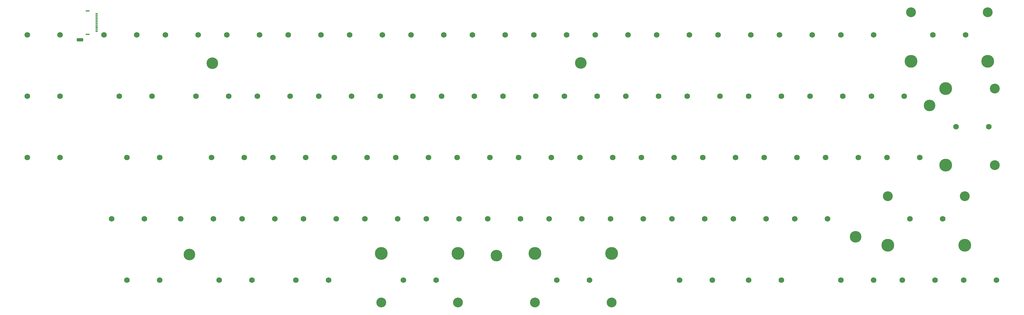
<source format=gbr>
%TF.GenerationSoftware,KiCad,Pcbnew,8.0.6*%
%TF.CreationDate,2024-12-02T23:32:27+01:00*%
%TF.ProjectId,layout_board,6c61796f-7574-45f6-926f-6172642e6b69,rev?*%
%TF.SameCoordinates,Original*%
%TF.FileFunction,Soldermask,Top*%
%TF.FilePolarity,Negative*%
%FSLAX46Y46*%
G04 Gerber Fmt 4.6, Leading zero omitted, Abs format (unit mm)*
G04 Created by KiCad (PCBNEW 8.0.6) date 2024-12-02 23:32:27*
%MOMM*%
%LPD*%
G01*
G04 APERTURE LIST*
G04 Aperture macros list*
%AMRoundRect*
0 Rectangle with rounded corners*
0 $1 Rounding radius*
0 $2 $3 $4 $5 $6 $7 $8 $9 X,Y pos of 4 corners*
0 Add a 4 corners polygon primitive as box body*
4,1,4,$2,$3,$4,$5,$6,$7,$8,$9,$2,$3,0*
0 Add four circle primitives for the rounded corners*
1,1,$1+$1,$2,$3*
1,1,$1+$1,$4,$5*
1,1,$1+$1,$6,$7*
1,1,$1+$1,$8,$9*
0 Add four rect primitives between the rounded corners*
20,1,$1+$1,$2,$3,$4,$5,0*
20,1,$1+$1,$4,$5,$6,$7,0*
20,1,$1+$1,$6,$7,$8,$9,0*
20,1,$1+$1,$8,$9,$2,$3,0*%
G04 Aperture macros list end*
%ADD10C,3.600000*%
%ADD11C,1.750000*%
%ADD12R,0.650013X0.300000*%
%ADD13R,1.150013X0.300000*%
%ADD14C,3.987800*%
%ADD15C,3.048000*%
%ADD16RoundRect,0.250000X0.750000X-0.250000X0.750000X0.250000X-0.750000X0.250000X-0.750000X-0.250000X0*%
G04 APERTURE END LIST*
D10*
%TO.C,REF\u002A\u002A*%
X83299194Y-106307978D03*
%TD*%
%TO.C,REF\u002A\u002A*%
X312940798Y-60022470D03*
%TD*%
%TO.C,REF\u002A\u002A*%
X204780049Y-46851192D03*
%TD*%
%TO.C,REF\u002A\u002A*%
X290021286Y-100838549D03*
%TD*%
%TO.C,REF\u002A\u002A*%
X178623528Y-106680048D03*
%TD*%
%TO.C,REF\u002A\u002A*%
X90480145Y-46888399D03*
%TD*%
D11*
%TO.C,REF\u002A\u002A*%
X204470000Y-76200000D03*
X214630000Y-76200000D03*
%TD*%
%TO.C,REF\u002A\u002A*%
X223520000Y-76200000D03*
X233680000Y-76200000D03*
%TD*%
%TO.C,REF\u002A\u002A*%
X171132500Y-38100000D03*
X181292500Y-38100000D03*
%TD*%
%TO.C,REF\u002A\u002A*%
X61595000Y-57150000D03*
X71755000Y-57150000D03*
%TD*%
%TO.C,REF\u002A\u002A*%
X180657500Y-57150000D03*
X190817500Y-57150000D03*
%TD*%
%TO.C,REF\u002A\u002A*%
X285432500Y-38100000D03*
X295592500Y-38100000D03*
%TD*%
%TO.C,REF\u002A\u002A*%
X75882500Y-38100000D03*
X86042500Y-38100000D03*
%TD*%
%TO.C,REF\u002A\u002A*%
X233045000Y-95250000D03*
X243205000Y-95250000D03*
%TD*%
%TO.C,REF\u002A\u002A*%
X123507500Y-57150000D03*
X133667500Y-57150000D03*
%TD*%
%TO.C,REF\u002A\u002A*%
X137795000Y-95250000D03*
X147955000Y-95250000D03*
%TD*%
%TO.C,REF\u002A\u002A*%
X166370000Y-76200000D03*
X176530000Y-76200000D03*
%TD*%
%TO.C,REF\u002A\u002A*%
X228282500Y-38100000D03*
X238442500Y-38100000D03*
%TD*%
%TO.C,REF\u002A\u002A*%
X314007500Y-38100000D03*
X324167500Y-38100000D03*
%TD*%
D12*
%TO.C,J1*%
X54545462Y-37020965D03*
X54545462Y-36520837D03*
X54545462Y-36020965D03*
X54545462Y-35520837D03*
X54545462Y-35020965D03*
X54545462Y-34520837D03*
X54545462Y-34020965D03*
X54545462Y-33520837D03*
X54545462Y-33020965D03*
X54545462Y-32520837D03*
X54545462Y-32020965D03*
X54545462Y-31520837D03*
D13*
X51735454Y-30635900D03*
X51735454Y-37905902D03*
%TD*%
D14*
%TO.C,REF\u002A\u002A*%
X317976250Y-54768750D03*
X317976250Y-78581250D03*
D15*
X333216250Y-54768750D03*
X333216250Y-78581250D03*
%TD*%
D11*
%TO.C,REF\u002A\u002A*%
X209232500Y-38100000D03*
X219392500Y-38100000D03*
%TD*%
%TO.C,REF\u002A\u002A*%
X304482500Y-114300000D03*
X314642500Y-114300000D03*
%TD*%
%TO.C,REF\u002A\u002A*%
X247332500Y-38100000D03*
X257492500Y-38100000D03*
%TD*%
D16*
%TO.C,REF\u002A\u002A*%
X49410896Y-39588248D03*
%TD*%
D15*
%TO.C,REF\u002A\u002A*%
X307181250Y-31115000D03*
D14*
X307181250Y-46355000D03*
D15*
X330993750Y-31115000D03*
D14*
X330993750Y-46355000D03*
%TD*%
D11*
%TO.C,REF\u002A\u002A*%
X175895000Y-95250000D03*
X186055000Y-95250000D03*
%TD*%
%TO.C,REF\u002A\u002A*%
X104457500Y-57150000D03*
X114617500Y-57150000D03*
%TD*%
%TO.C,REF\u002A\u002A*%
X190182500Y-38100000D03*
X200342500Y-38100000D03*
%TD*%
%TO.C,REF\u002A\u002A*%
X218757500Y-57150000D03*
X228917500Y-57150000D03*
%TD*%
%TO.C,REF\u002A\u002A*%
X252095000Y-95250000D03*
X262255000Y-95250000D03*
%TD*%
%TO.C,REF\u002A\u002A*%
X237807500Y-57150000D03*
X247967500Y-57150000D03*
%TD*%
%TO.C,REF\u002A\u002A*%
X63976250Y-114300000D03*
X74136250Y-114300000D03*
%TD*%
%TO.C,REF\u002A\u002A*%
X280670000Y-76200000D03*
X290830000Y-76200000D03*
%TD*%
%TO.C,REF\u002A\u002A*%
X321151250Y-66675000D03*
X331311250Y-66675000D03*
%TD*%
%TO.C,REF\u002A\u002A*%
X147320000Y-76200000D03*
X157480000Y-76200000D03*
%TD*%
D15*
%TO.C,REF\u002A\u002A*%
X166687500Y-121285000D03*
D14*
X166687500Y-106045000D03*
D15*
X142875000Y-121285000D03*
D14*
X142875000Y-106045000D03*
%TD*%
D11*
%TO.C,REF\u002A\u002A*%
X242570000Y-76200000D03*
X252730000Y-76200000D03*
%TD*%
%TO.C,REF\u002A\u002A*%
X142557500Y-57150000D03*
X152717500Y-57150000D03*
%TD*%
%TO.C,REF\u002A\u002A*%
X133032500Y-38100000D03*
X143192500Y-38100000D03*
%TD*%
%TO.C,REF\u002A\u002A*%
X149701250Y-114300000D03*
X159861250Y-114300000D03*
%TD*%
%TO.C,REF\u002A\u002A*%
X294957500Y-57150000D03*
X305117500Y-57150000D03*
%TD*%
%TO.C,REF\u002A\u002A*%
X128270000Y-76200000D03*
X138430000Y-76200000D03*
%TD*%
%TO.C,REF\u002A\u002A*%
X59213750Y-95250000D03*
X69373750Y-95250000D03*
%TD*%
%TO.C,REF\u002A\u002A*%
X113982500Y-38100000D03*
X124142500Y-38100000D03*
%TD*%
%TO.C,REF\u002A\u002A*%
X323532500Y-114300000D03*
X333692500Y-114300000D03*
%TD*%
D15*
%TO.C,REF\u002A\u002A*%
X214312500Y-121285000D03*
D14*
X214312500Y-106045000D03*
D15*
X190500000Y-121285000D03*
D14*
X190500000Y-106045000D03*
%TD*%
D11*
%TO.C,REF\u002A\u002A*%
X94932500Y-38100000D03*
X105092500Y-38100000D03*
%TD*%
%TO.C,REF\u002A\u002A*%
X80645000Y-95250000D03*
X90805000Y-95250000D03*
%TD*%
%TO.C,REF\u002A\u002A*%
X63976250Y-76200000D03*
X74136250Y-76200000D03*
%TD*%
%TO.C,REF\u002A\u002A*%
X56832500Y-38100000D03*
X66992500Y-38100000D03*
%TD*%
%TO.C,REF\u002A\u002A*%
X194945000Y-95250000D03*
X205105000Y-95250000D03*
%TD*%
%TO.C,REF\u002A\u002A*%
X118745000Y-95250000D03*
X128905000Y-95250000D03*
%TD*%
%TO.C,REF\u002A\u002A*%
X152082500Y-38100000D03*
X162242500Y-38100000D03*
%TD*%
%TO.C,REF\u002A\u002A*%
X199707500Y-57150000D03*
X209867500Y-57150000D03*
%TD*%
%TO.C,REF\u002A\u002A*%
X99695000Y-95250000D03*
X109855000Y-95250000D03*
%TD*%
%TO.C,REF\u002A\u002A*%
X275907500Y-57150000D03*
X286067500Y-57150000D03*
%TD*%
%TO.C,REF\u002A\u002A*%
X33020000Y-57150000D03*
X43180000Y-57150000D03*
%TD*%
%TO.C,REF\u002A\u002A*%
X33020000Y-76200000D03*
X43180000Y-76200000D03*
%TD*%
%TO.C,REF\u002A\u002A*%
X156845000Y-95250000D03*
X167005000Y-95250000D03*
%TD*%
%TO.C,REF\u002A\u002A*%
X90170000Y-76200000D03*
X100330000Y-76200000D03*
%TD*%
%TO.C,REF\u002A\u002A*%
X33020000Y-38100000D03*
X43180000Y-38100000D03*
%TD*%
%TO.C,REF\u002A\u002A*%
X266382500Y-38100000D03*
X276542500Y-38100000D03*
%TD*%
%TO.C,REF\u002A\u002A*%
X256857500Y-57150000D03*
X267017500Y-57150000D03*
%TD*%
%TO.C,REF\u002A\u002A*%
X161607500Y-57150000D03*
X171767500Y-57150000D03*
%TD*%
%TO.C,REF\u002A\u002A*%
X213995000Y-95250000D03*
X224155000Y-95250000D03*
%TD*%
%TO.C,REF\u002A\u002A*%
X109220000Y-76200000D03*
X119380000Y-76200000D03*
%TD*%
D15*
%TO.C,REF\u002A\u002A*%
X300037500Y-88265000D03*
D14*
X300037500Y-103505000D03*
D15*
X323850000Y-88265000D03*
D14*
X323850000Y-103505000D03*
%TD*%
D11*
%TO.C,REF\u002A\u002A*%
X235426250Y-114300000D03*
X245586250Y-114300000D03*
%TD*%
%TO.C,REF\u002A\u002A*%
X185420000Y-76200000D03*
X195580000Y-76200000D03*
%TD*%
%TO.C,REF\u002A\u002A*%
X285432500Y-114300000D03*
X295592500Y-114300000D03*
%TD*%
%TO.C,REF\u002A\u002A*%
X256857500Y-114300000D03*
X267017500Y-114300000D03*
%TD*%
%TO.C,REF\u002A\u002A*%
X271145000Y-95250000D03*
X281305000Y-95250000D03*
%TD*%
%TO.C,REF\u002A\u002A*%
X85407500Y-57150000D03*
X95567500Y-57150000D03*
%TD*%
%TO.C,REF\u002A\u002A*%
X116363750Y-114300000D03*
X126523750Y-114300000D03*
%TD*%
%TO.C,REF\u002A\u002A*%
X299720000Y-76200000D03*
X309880000Y-76200000D03*
%TD*%
%TO.C,REF\u002A\u002A*%
X306863750Y-95250000D03*
X317023750Y-95250000D03*
%TD*%
%TO.C,REF\u002A\u002A*%
X92551250Y-114300000D03*
X102711250Y-114300000D03*
%TD*%
%TO.C,REF\u002A\u002A*%
X261620000Y-76200000D03*
X271780000Y-76200000D03*
%TD*%
%TO.C,REF\u002A\u002A*%
X197326250Y-114300000D03*
X207486250Y-114300000D03*
%TD*%
M02*

</source>
